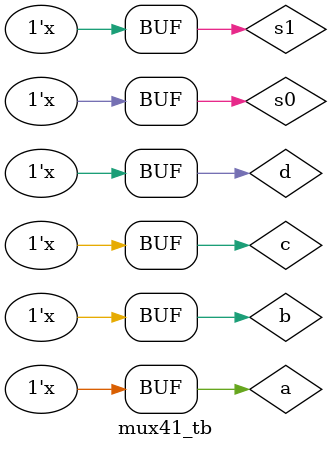
<source format=v>
`timescale 1ns / 1ps


module mux41_tb;
reg a,b,c,d,s1,s0;
wire o;
mux41 u_mux41(
.a(a), .b(b), .c(c), .d(d), .s1(s1), .s0(s0), .o(o)
);
initial begin
    a=1'b0;
    b=1'b0;
    c=1'b0;
    d=1'b0;     
    s1=1'b0;
    s0=1'b0;     
end
always @(a or b or c or d)begin
    a <= #80 ~a;
    b <= #40 ~b;
    c <= #20 ~c;
    d <= #10 ~d;   
 end 
 always @(s1 or s0)begin
     s1 <= #30 ~s1;
     s0 <= #15 ~s0;

  end
endmodule

</source>
